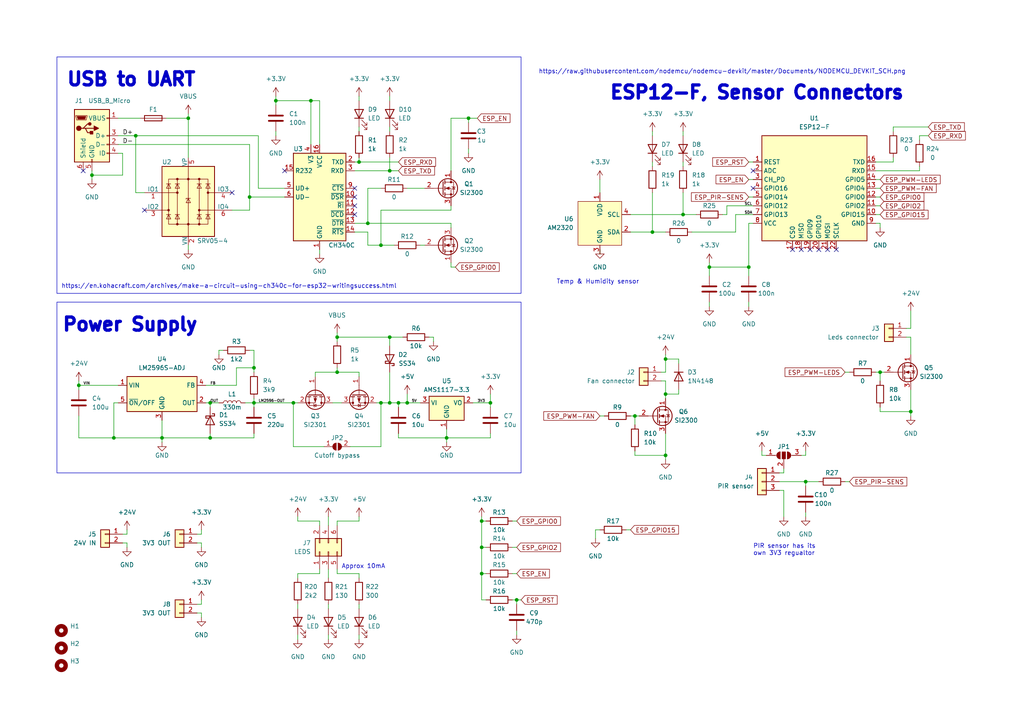
<source format=kicad_sch>
(kicad_sch (version 20230121) (generator eeschema)
  (paper "A4")
  (title_block (company "nissinja"))
  (lib_symbols
    (symbol "Connector:USB_B_Micro" (pin_names (offset 1.016))
      (property "Reference" "J" (at -5.08 11.43 0))
      (property "Value" "USB_B_Micro" (at -5.08 8.89 0))
      (symbol "USB_B_Micro_1_1"
        (pin power_out line (at 7.62 5.08 180) (length 2.54) (name "VBUS") (number "1"))
        (pin bidirectional line (at 7.62 -2.54 180) (length 2.54) (name "D-") (number "2"))
        (pin bidirectional line (at 7.62 0 180) (length 2.54) (name "D+") (number "3"))
        (pin passive line (at 7.62 -5.08 180) (length 2.54) (name "ID") (number "4"))
        (pin power_out line (at 0 -10.16 90) (length 2.54) (name "GND") (number "5"))
        (pin passive line (at -2.54 -10.16 90) (length 2.54) (name "Shield") (number "6"))
      )
    )
    (symbol "Connector_Generic:Conn_01x02" (pin_names (offset 1.016) hide)
      (property "Reference" "J" (at 0 2.54 0))
      (property "Value" "Conn_01x02" (at 0 -5.08 0))
      (symbol "Conn_01x02_1_1"
        (pin passive line (at -5.08 0 0) (length 3.81) (name "Pin_1") (number "1"))
        (pin passive line (at -5.08 -2.54 0) (length 3.81) (name "Pin_2") (number "2"))
      )
    )
    (symbol "Connector_Generic:Conn_01x03" (pin_names (offset 1.016) hide)
      (property "Reference" "J" (at 0 5.08 0))
      (property "Value" "Conn_01x03" (at 0 -5.08 0))
      (symbol "Conn_01x03_1_1"
        (pin passive line (at -5.08 2.54 0) (length 3.81) (name "Pin_1") (number "1"))
        (pin passive line (at -5.08 0 0) (length 3.81) (name "Pin_2") (number "2"))
        (pin passive line (at -5.08 -2.54 0) (length 3.81) (name "Pin_3") (number "3"))
      )
    )
    (symbol "Connector_Generic:Conn_02x03_Odd_Even" (pin_names (offset 1.016) hide)
      (property "Reference" "J" (at 1.27 5.08 0))
      (property "Value" "Conn_02x03_Odd_Even" (at 1.27 -5.08 0))
      (symbol "Conn_02x03_Odd_Even_1_1"
        (pin passive line (at -5.08 2.54 0) (length 3.81) (name "Pin_1") (number "1"))
        (pin passive line (at 7.62 2.54 180) (length 3.81) (name "Pin_2") (number "2"))
        (pin passive line (at -5.08 0 0) (length 3.81) (name "Pin_3") (number "3"))
        (pin passive line (at 7.62 0 180) (length 3.81) (name "Pin_4") (number "4"))
        (pin passive line (at -5.08 -2.54 0) (length 3.81) (name "Pin_5") (number "5"))
        (pin passive line (at 7.62 -2.54 180) (length 3.81) (name "Pin_6") (number "6"))
      )
    )
    (symbol "Device:C" (pin_numbers hide) (pin_names (offset 0.254))
      (property "Reference" "C" (at 0.635 2.54 0))
      (property "Value" "C" (at 0.635 -2.54 0))
      (symbol "C_1_1"
        (pin passive line (at 0 3.81 270) (length 2.794) (name "~") (number "1"))
        (pin passive line (at 0 -3.81 90) (length 2.794) (name "~") (number "2"))
      )
    )
    (symbol "Device:D_Schottky" (pin_numbers hide) (pin_names (offset 1.016) hide)
      (property "Reference" "D" (at 0 2.54 0))
      (property "Value" "D_Schottky" (at 0 -2.54 0))
      (symbol "D_Schottky_1_1"
        (pin passive line (at -3.81 0 0) (length 2.54) (name "K") (number "1"))
        (pin passive line (at 3.81 0 180) (length 2.54) (name "A") (number "2"))
      )
    )
    (symbol "Device:Fuse" (pin_numbers hide) (pin_names (offset 0))
      (property "Reference" "F" (at 2.032 0 90))
      (property "Value" "Fuse" (at -1.905 0 90))
      (symbol "Fuse_1_1"
        (pin passive line (at 0 3.81 270) (length 1.27) (name "~") (number "1"))
        (pin passive line (at 0 -3.81 90) (length 1.27) (name "~") (number "2"))
      )
    )
    (symbol "Device:L" (pin_numbers hide) (pin_names (offset 1.016) hide)
      (property "Reference" "L" (at -1.27 0 90))
      (property "Value" "L" (at 1.905 0 90))
      (symbol "L_1_1"
        (pin passive line (at 0 3.81 270) (length 1.27) (name "1") (number "1"))
        (pin passive line (at 0 -3.81 90) (length 1.27) (name "2") (number "2"))
      )
    )
    (symbol "Device:LED" (pin_numbers hide) (pin_names (offset 1.016) hide)
      (property "Reference" "D" (at 0 2.54 0))
      (property "Value" "LED" (at 0 -2.54 0))
      (symbol "LED_1_1"
        (pin passive line (at -3.81 0 0) (length 2.54) (name "K") (number "1"))
        (pin passive line (at 3.81 0 180) (length 2.54) (name "A") (number "2"))
      )
    )
    (symbol "Device:Q_NMOS_DGS" (pin_names (offset 0) hide)
      (property "Reference" "Q" (at 5.08 1.27 0))
      (property "Value" "Q_NMOS_DGS" (at 5.08 -1.27 0))
      (symbol "Q_NMOS_DGS_1_1"
        (pin passive line (at 2.54 5.08 270) (length 2.54) (name "D") (number "1"))
        (pin input line (at -5.08 0 0) (length 2.54) (name "G") (number "2"))
        (pin passive line (at 2.54 -5.08 90) (length 2.54) (name "S") (number "3"))
      )
    )
    (symbol "Device:Q_PMOS_GSD" (pin_names (offset 0) hide)
      (property "Reference" "Q" (at 5.08 1.27 0))
      (property "Value" "Q_PMOS_GSD" (at 5.08 -1.27 0))
      (symbol "Q_PMOS_GSD_1_1"
        (pin input line (at -5.08 0 0) (length 2.54) (name "G") (number "1"))
        (pin passive line (at 2.54 -5.08 90) (length 2.54) (name "S") (number "2"))
        (pin passive line (at 2.54 5.08 270) (length 2.54) (name "D") (number "3"))
      )
    )
    (symbol "Device:R" (pin_numbers hide) (pin_names (offset 0))
      (property "Reference" "R" (at 2.032 0 90))
      (property "Value" "R" (at 0 0 90))
      (symbol "R_1_1"
        (pin passive line (at 0 3.81 270) (length 1.27) (name "~") (number "1"))
        (pin passive line (at 0 -3.81 90) (length 1.27) (name "~") (number "2"))
      )
    )
    (symbol "Diode:1N4148" (pin_numbers hide) (pin_names hide)
      (property "Reference" "D" (at 0 2.54 0))
      (property "Value" "1N4148" (at 0 -2.54 0))
      (symbol "1N4148_1_1"
        (pin passive line (at -3.81 0 0) (length 2.54) (name "K") (number "1"))
        (pin passive line (at 3.81 0 180) (length 2.54) (name "A") (number "2"))
      )
    )
    (symbol "Interface_USB:CH340C"
      (property "Reference" "U" (at -5.08 13.97 0))
      (property "Value" "CH340C" (at 1.27 13.97 0))
      (symbol "CH340C_1_1"
        (pin power_in line (at 0 -15.24 90) (length 2.54) (name "GND") (number "1"))
        (pin input line (at 10.16 0 180) (length 2.54) (name "~{DSR}") (number "10"))
        (pin input line (at 10.16 -2.54 180) (length 2.54) (name "~{RI}") (number "11"))
        (pin input line (at 10.16 -5.08 180) (length 2.54) (name "~{DCD}") (number "12"))
        (pin output line (at 10.16 -7.62 180) (length 2.54) (name "~{DTR}") (number "13"))
        (pin output line (at 10.16 -10.16 180) (length 2.54) (name "~{RTS}") (number "14"))
        (pin input line (at -10.16 7.62 0) (length 2.54) (name "R232") (number "15"))
        (pin power_in line (at 0 15.24 270) (length 2.54) (name "VCC") (number "16"))
        (pin output line (at 10.16 10.16 180) (length 2.54) (name "TXD") (number "2"))
        (pin input line (at 10.16 7.62 180) (length 2.54) (name "RXD") (number "3"))
        (pin passive line (at -2.54 15.24 270) (length 2.54) (name "V3") (number "4"))
        (pin bidirectional line (at -10.16 2.54 0) (length 2.54) (name "UD+") (number "5"))
        (pin bidirectional line (at -10.16 0 0) (length 2.54) (name "UD-") (number "6"))
        (pin no_connect line (at -7.62 -7.62 0) (length 2.54) hide (name "NC") (number "7"))
        (pin no_connect line (at -7.62 -10.16 0) (length 2.54) hide (name "NC") (number "8"))
        (pin input line (at 10.16 2.54 180) (length 2.54) (name "~{CTS}") (number "9"))
      )
    )
    (symbol "Jumper:SolderJumper_2_Open" (pin_names (offset 0) hide)
      (property "Reference" "JP" (at 0 2.032 0))
      (property "Value" "SolderJumper_2_Open" (at 0 -2.54 0))
      (symbol "SolderJumper_2_Open_1_1"
        (pin passive line (at -3.81 0 0) (length 2.54) (name "A") (number "1"))
        (pin passive line (at 3.81 0 180) (length 2.54) (name "B") (number "2"))
      )
    )
    (symbol "Jumper:SolderJumper_3_Open" (pin_names (offset 0) hide)
      (property "Reference" "JP" (at -2.54 -2.54 0))
      (property "Value" "SolderJumper_3_Open" (at 0 2.794 0))
      (symbol "SolderJumper_3_Open_1_1"
        (pin passive line (at -5.08 0 0) (length 2.54) (name "A") (number "1"))
        (pin passive line (at 0 -3.81 90) (length 2.54) (name "C") (number "2"))
        (pin passive line (at 5.08 0 180) (length 2.54) (name "B") (number "3"))
      )
    )
    (symbol "Mechanical:MountingHole" (pin_names (offset 1.016))
      (property "Reference" "H" (at 0 5.08 0))
      (property "Value" "MountingHole" (at 0 3.175 0))
    )
    (symbol "New_Library:AM2320"
      (property "Reference" "U" (at -5.08 8.89 0))
      (property "Value" "AM2320" (at 5.08 -8.89 0))
      (symbol "AM2320_1_1"
        (pin input line (at 0 8.89 270) (length 2.54) (name "VDD") (number "1"))
        (pin input line (at -8.89 -2.54 0) (length 2.54) (name "SDA") (number "2"))
        (pin input line (at 0 -8.89 90) (length 2.54) (name "GND") (number "3"))
        (pin input line (at -8.89 2.54 0) (length 2.54) (name "SCL") (number "4"))
      )
    )
    (symbol "New_Library:ESP12-F"
      (property "Reference" "U" (at 0 0 0))
      (symbol "ESP12-F_1_1"
        (pin input line (at -17.78 7.62 0) (length 2.54) (name "REST") (number "1"))
        (pin bidirectional line (at 17.78 -7.62 180) (length 2.54) (name "GPIO15") (number "10"))
        (pin bidirectional line (at 17.78 -5.08 180) (length 2.54) (name "GPIO2") (number "11"))
        (pin bidirectional line (at 17.78 -2.54 180) (length 2.54) (name "GPIO0") (number "12"))
        (pin bidirectional line (at 17.78 0 180) (length 2.54) (name "GPIO4") (number "13"))
        (pin bidirectional line (at 17.78 2.54 180) (length 2.54) (name "GPIO5") (number "14"))
        (pin input line (at 17.78 5.08 180) (length 2.54) (name "RXD") (number "15"))
        (pin output line (at 17.78 7.62 180) (length 2.54) (name "TXD") (number "16"))
        (pin bidirectional line (at -6.35 -17.78 90) (length 2.54) (name "CS0") (number "17"))
        (pin bidirectional line (at -3.81 -17.78 90) (length 2.54) (name "MISO") (number "18"))
        (pin bidirectional line (at -1.27 -17.78 90) (length 2.54) (name "GPIO9") (number "19"))
        (pin passive line (at -17.78 5.08 0) (length 2.54) (name "ADC") (number "2"))
        (pin bidirectional line (at 1.27 -17.78 90) (length 2.54) (name "GPIO10") (number "20"))
        (pin bidirectional line (at 3.81 -17.78 90) (length 2.54) (name "MOSI") (number "21"))
        (pin bidirectional line (at 6.35 -17.78 90) (length 2.54) (name "SCLK") (number "22"))
        (pin input line (at -17.78 2.54 0) (length 2.54) (name "CH_PD") (number "3"))
        (pin bidirectional line (at -17.78 0 0) (length 2.54) (name "GPIO16") (number "4"))
        (pin bidirectional line (at -17.78 -2.54 0) (length 2.54) (name "GPIO14") (number "5"))
        (pin bidirectional line (at -17.78 -5.08 0) (length 2.54) (name "GPIO12") (number "6"))
        (pin bidirectional line (at -17.78 -7.62 0) (length 2.54) (name "GPIO13") (number "7"))
        (pin power_in line (at -17.78 -10.16 0) (length 2.54) (name "VCC") (number "8"))
        (pin power_in line (at 17.78 -10.16 180) (length 2.54) (name "GND") (number "9"))
      )
    )
    (symbol "Power_Protection:SRV05-4" (pin_names (offset 0))
      (property "Reference" "U" (at -5.08 11.43 0))
      (property "Value" "SRV05-4" (at 2.54 11.43 0))
      (symbol "SRV05-4_1_1"
        (pin passive line (at -12.7 2.54 0) (length 5.08) (name "IO1") (number "1"))
        (pin passive line (at 0 -12.7 90) (length 2.54) (name "VN") (number "2"))
        (pin passive line (at -12.7 -2.54 0) (length 5.08) (name "IO2") (number "3"))
        (pin passive line (at 12.7 2.54 180) (length 5.08) (name "IO3") (number "4"))
        (pin passive line (at 0 12.7 270) (length 2.54) (name "VP") (number "5"))
        (pin passive line (at 12.7 -2.54 180) (length 5.08) (name "IO4") (number "6"))
      )
    )
    (symbol "Regulator_Linear:AMS1117-3.3"
      (property "Reference" "U" (at -3.81 3.175 0))
      (property "Value" "AMS1117-3.3" (at 0 3.175 0))
      (symbol "AMS1117-3.3_1_1"
        (pin power_in line (at 0 -7.62 90) (length 2.54) (name "GND") (number "1"))
        (pin power_out line (at 7.62 0 180) (length 2.54) (name "VO") (number "2"))
        (pin power_in line (at -7.62 0 0) (length 2.54) (name "VI") (number "3"))
      )
    )
    (symbol "Regulator_Switching:LM2596S-ADJ"
      (property "Reference" "U" (at -10.16 6.35 0))
      (property "Value" "LM2596S-ADJ" (at 0 6.35 0))
      (symbol "LM2596S-ADJ_1_1"
        (pin power_in line (at -12.7 2.54 0) (length 2.54) (name "VIN") (number "1"))
        (pin output line (at 12.7 -2.54 180) (length 2.54) (name "OUT") (number "2"))
        (pin power_in line (at 0 -7.62 90) (length 2.54) (name "GND") (number "3"))
        (pin input line (at 12.7 2.54 180) (length 2.54) (name "FB") (number "4"))
        (pin input line (at -12.7 -2.54 0) (length 2.54) (name "~{ON}/OFF") (number "5"))
      )
    )
    (symbol "power:+24V" (power) (pin_names (offset 0))
      (property "Value" "+24V" (at 0 3.556 0))
      (symbol "+24V_1_1"
        (pin power_in line (at 0 0 90) (length 0) hide (name "+24V") (number "1"))
      )
    )
    (symbol "power:+3.3V" (power) (pin_names (offset 0))
      (property "Value" "+3.3V" (at 0 3.556 0))
      (symbol "+3.3V_1_1"
        (pin power_in line (at 0 0 90) (length 0) hide (name "+3.3V") (number "1"))
      )
    )
    (symbol "power:+5V" (power) (pin_names (offset 0))
      (property "Value" "+5V" (at 0 3.556 0))
      (symbol "+5V_1_1"
        (pin power_in line (at 0 0 90) (length 0) hide (name "+5V") (number "1"))
      )
    )
    (symbol "power:GND" (power) (pin_names (offset 0))
      (property "Value" "GND" (at 0 -3.81 0))
      (symbol "GND_1_1"
        (pin power_in line (at 0 0 270) (length 0) hide (name "GND") (number "1"))
      )
    )
    (symbol "power:VBUS" (power) (pin_names (offset 0))
      (property "Value" "VBUS" (at 0 3.81 0))
      (symbol "VBUS_1_1"
        (pin power_in line (at 0 0 90) (length 0) hide (name "VBUS") (number "1"))
      )
    )
  )
  (junction (at 255.27 107.95))
  (junction (at 104.14 46.99))
  (junction (at 142.24 116.84))
  (junction (at 198.12 62.23))
  (junction (at 80.01 29.21))
  (junction (at 135.89 34.29))
  (junction (at 97.79 97.79))
  (junction (at 113.03 116.84))
  (junction (at 184.15 120.65))
  (junction (at 139.7 158.75))
  (junction (at 110.49 71.12))
  (junction (at 193.04 132.08))
  (junction (at 205.74 77.47))
  (junction (at 85.09 116.84))
  (junction (at 54.61 34.29))
  (junction (at 46.99 127))
  (junction (at 189.23 67.31))
  (junction (at 73.66 116.84))
  (junction (at 26.67 50.8))
  (junction (at 139.7 151.13))
  (junction (at 97.79 107.95))
  (junction (at 115.57 116.84))
  (junction (at 264.16 119.38))
  (junction (at 139.7 166.37))
  (junction (at 118.11 116.84))
  (junction (at 90.17 29.21))
  (junction (at 60.96 116.84))
  (junction (at 73.66 106.68))
  (junction (at 113.03 97.79))
  (junction (at 217.17 77.47))
  (junction (at 22.86 111.76))
  (junction (at 193.04 114.3))
  (junction (at 233.68 139.7))
  (junction (at 60.96 127))
  (junction (at 72.39 57.15))
  (junction (at 193.04 104.14))
  (junction (at 149.86 173.99))
  (junction (at 110.49 116.84))
  (junction (at 129.54 127))
  (junction (at 39.37 39.37))
  (junction (at 106.68 64.77))
  (junction (at 33.02 127))
  (junction (at 113.03 49.53))
  (no_connect (at 82.55 49.53))
  (no_connect (at 240.03 72.39))
  (no_connect (at 218.44 49.53))
  (no_connect (at 102.87 62.23))
  (no_connect (at 232.41 72.39))
  (no_connect (at 67.31 55.88))
  (no_connect (at 218.44 54.61))
  (no_connect (at 102.87 57.15))
  (no_connect (at 234.95 72.39))
  (no_connect (at 237.49 72.39))
  (no_connect (at 102.87 54.61))
  (no_connect (at 102.87 59.69))
  (no_connect (at 24.13 49.53))
  (no_connect (at 229.87 72.39))
  (no_connect (at 242.57 72.39))
  (no_connect (at 41.91 60.96))
  (wire (pts (xy 193.04 110.49) (xy 191.77 110.49)))
  (wire (pts (xy 196.85 105.41) (xy 196.85 104.14)))
  (wire (pts (xy 102.87 46.99) (xy 104.14 46.99)))
  (wire (pts (xy 264.16 90.17) (xy 264.16 95.25)))
  (wire (pts (xy 259.08 46.99) (xy 254 46.99)))
  (wire (pts (xy 68.58 111.76) (xy 59.69 111.76)))
  (wire (pts (xy 113.03 116.84) (xy 115.57 116.84)))
  (wire (pts (xy 60.96 116.84) (xy 59.69 116.84)))
  (wire (pts (xy 104.14 27.94) (xy 104.14 29.21)))
  (wire (pts (xy 193.04 104.14) (xy 193.04 107.95)))
  (wire (pts (xy 173.99 153.67) (xy 172.72 153.67)))
  (wire (pts (xy 34.29 111.76) (xy 22.86 111.76)))
  (wire (pts (xy 63.5 101.6) (xy 63.5 102.87)))
  (wire (pts (xy 73.66 125.73) (xy 73.66 127)))
  (wire (pts (xy 198.12 62.23) (xy 182.88 62.23)))
  (wire (pts (xy 36.83 153.67) (xy 36.83 154.94)))
  (wire (pts (xy 121.92 71.12) (xy 123.19 71.12)))
  (wire (pts (xy 181.61 153.67) (xy 182.88 153.67)))
  (wire (pts (xy 113.03 29.21) (xy 113.03 27.94)))
  (wire (pts (xy 269.24 36.83) (xy 259.08 36.83)))
  (wire (pts (xy 264.16 119.38) (xy 255.27 119.38)))
  (wire (pts (xy 92.71 165.1) (xy 92.71 166.37)))
  (wire (pts (xy 92.71 151.13) (xy 92.71 152.4)))
  (wire (pts (xy 185.42 120.65) (xy 184.15 120.65)))
  (wire (pts (xy 36.83 154.94) (xy 35.56 154.94)))
  (wire (pts (xy 34.29 44.45) (xy 35.56 44.45)))
  (wire (pts (xy 22.86 120.65) (xy 22.86 127)))
  (wire (pts (xy 91.44 109.22) (xy 91.44 107.95)))
  (wire (pts (xy 115.57 125.73) (xy 115.57 127)))
  (wire (pts (xy 233.68 148.59) (xy 233.68 149.86)))
  (wire (pts (xy 129.54 127) (xy 129.54 128.27)))
  (wire (pts (xy 93.98 129.54) (xy 85.09 129.54)))
  (wire (pts (xy 102.87 64.77) (xy 106.68 64.77)))
  (wire (pts (xy 106.68 71.12) (xy 106.68 67.31)))
  (wire (pts (xy 48.26 34.29) (xy 54.61 34.29)))
  (wire (pts (xy 142.24 125.73) (xy 142.24 127)))
  (wire (pts (xy 34.29 39.37) (xy 39.37 39.37)))
  (wire (pts (xy 106.68 67.31) (xy 102.87 67.31)))
  (wire (pts (xy 97.79 97.79) (xy 97.79 99.06)))
  (wire (pts (xy 139.7 149.86) (xy 139.7 151.13)))
  (wire (pts (xy 233.68 130.81) (xy 233.68 132.08)))
  (wire (pts (xy 34.29 41.91) (xy 72.39 41.91)))
  (wire (pts (xy 26.67 52.07) (xy 26.67 50.8)))
  (wire (pts (xy 113.03 107.95) (xy 113.03 116.84)))
  (wire (pts (xy 104.14 107.95) (xy 104.14 109.22)))
  (wire (pts (xy 226.06 142.24) (xy 227.33 142.24)))
  (wire (pts (xy 205.74 77.47) (xy 217.17 77.47)))
  (wire (pts (xy 149.86 173.99) (xy 151.13 173.99)))
  (wire (pts (xy 110.49 60.96) (xy 130.81 60.96)))
  (wire (pts (xy 255.27 107.95) (xy 255.27 110.49)))
  (wire (pts (xy 73.66 115.57) (xy 73.66 116.84)))
  (wire (pts (xy 149.86 173.99) (xy 149.86 175.26)))
  (wire (pts (xy 54.61 34.29) (xy 54.61 45.72)))
  (wire (pts (xy 104.14 45.72) (xy 104.14 46.99)))
  (wire (pts (xy 130.81 76.2) (xy 130.81 77.47)))
  (wire (pts (xy 106.68 64.77) (xy 130.81 64.77)))
  (wire (pts (xy 173.99 120.65) (xy 175.26 120.65)))
  (wire (pts (xy 104.14 36.83) (xy 104.14 38.1)))
  (wire (pts (xy 227.33 137.16) (xy 226.06 137.16)))
  (wire (pts (xy 217.17 64.77) (xy 218.44 64.77)))
  (wire (pts (xy 104.14 184.15) (xy 104.14 185.42)))
  (wire (pts (xy 92.71 29.21) (xy 92.71 41.91)))
  (wire (pts (xy 97.79 96.52) (xy 97.79 97.79)))
  (wire (pts (xy 90.17 29.21) (xy 80.01 29.21)))
  (wire (pts (xy 101.6 129.54) (xy 110.49 129.54)))
  (wire (pts (xy 118.11 116.84) (xy 121.92 116.84)))
  (wire (pts (xy 140.97 173.99) (xy 139.7 173.99)))
  (wire (pts (xy 218.44 59.69) (xy 210.82 59.69)))
  (wire (pts (xy 148.59 151.13) (xy 149.86 151.13)))
  (wire (pts (xy 255.27 118.11) (xy 255.27 119.38)))
  (wire (pts (xy 113.03 49.53) (xy 115.57 49.53)))
  (wire (pts (xy 193.04 102.87) (xy 193.04 104.14)))
  (wire (pts (xy 130.81 34.29) (xy 135.89 34.29)))
  (wire (pts (xy 58.42 177.8) (xy 58.42 179.07)))
  (wire (pts (xy 68.58 106.68) (xy 68.58 111.76)))
  (wire (pts (xy 245.11 107.95) (xy 246.38 107.95)))
  (wire (pts (xy 142.24 127) (xy 129.54 127)))
  (wire (pts (xy 196.85 113.03) (xy 196.85 114.3)))
  (wire (pts (xy 35.56 157.48) (xy 36.83 157.48)))
  (wire (pts (xy 60.96 116.84) (xy 63.5 116.84)))
  (wire (pts (xy 86.36 151.13) (xy 92.71 151.13)))
  (wire (pts (xy 193.04 115.57) (xy 193.04 114.3)))
  (wire (pts (xy 256.54 107.95) (xy 255.27 107.95)))
  (wire (pts (xy 95.25 175.26) (xy 95.25 176.53)))
  (wire (pts (xy 82.55 57.15) (xy 72.39 57.15)))
  (wire (pts (xy 115.57 118.11) (xy 115.57 116.84)))
  (wire (pts (xy 254 62.23) (xy 255.27 62.23)))
  (wire (pts (xy 72.39 60.96) (xy 72.39 57.15)))
  (wire (pts (xy 124.46 97.79) (xy 125.73 97.79)))
  (wire (pts (xy 97.79 97.79) (xy 113.03 97.79)))
  (wire (pts (xy 254 57.15) (xy 255.27 57.15)))
  (wire (pts (xy 41.91 55.88) (xy 39.37 55.88)))
  (wire (pts (xy 137.16 116.84) (xy 142.24 116.84)))
  (wire (pts (xy 104.14 149.86) (xy 104.14 151.13)))
  (wire (pts (xy 68.58 106.68) (xy 73.66 106.68)))
  (wire (pts (xy 264.16 95.25) (xy 262.89 95.25)))
  (wire (pts (xy 184.15 120.65) (xy 184.15 123.19)))
  (wire (pts (xy 259.08 36.83) (xy 259.08 38.1)))
  (wire (pts (xy 54.61 72.39) (xy 54.61 71.12)))
  (wire (pts (xy 97.79 106.68) (xy 97.79 107.95)))
  (wire (pts (xy 104.14 151.13) (xy 97.79 151.13)))
  (wire (pts (xy 118.11 54.61) (xy 123.19 54.61)))
  (wire (pts (xy 189.23 67.31) (xy 182.88 67.31)))
  (wire (pts (xy 130.81 77.47) (xy 132.08 77.47)))
  (wire (pts (xy 233.68 139.7) (xy 237.49 139.7)))
  (wire (pts (xy 139.7 158.75) (xy 139.7 166.37)))
  (wire (pts (xy 110.49 129.54) (xy 110.49 116.84)))
  (wire (pts (xy 193.04 125.73) (xy 193.04 132.08)))
  (wire (pts (xy 140.97 158.75) (xy 139.7 158.75)))
  (wire (pts (xy 266.7 49.53) (xy 254 49.53)))
  (wire (pts (xy 58.42 154.94) (xy 57.15 154.94)))
  (wire (pts (xy 193.04 133.35) (xy 193.04 132.08)))
  (wire (pts (xy 196.85 114.3) (xy 193.04 114.3)))
  (wire (pts (xy 264.16 113.03) (xy 264.16 119.38)))
  (wire (pts (xy 189.23 67.31) (xy 193.04 67.31)))
  (wire (pts (xy 189.23 46.99) (xy 189.23 48.26)))
  (wire (pts (xy 198.12 46.99) (xy 198.12 48.26)))
  (wire (pts (xy 73.66 116.84) (xy 73.66 118.11)))
  (wire (pts (xy 54.61 33.02) (xy 54.61 34.29)))
  (wire (pts (xy 113.03 97.79) (xy 116.84 97.79)))
  (wire (pts (xy 149.86 184.15) (xy 149.86 182.88)))
  (wire (pts (xy 92.71 73.66) (xy 92.71 72.39)))
  (wire (pts (xy 71.12 116.84) (xy 73.66 116.84)))
  (wire (pts (xy 46.99 127) (xy 46.99 128.27)))
  (wire (pts (xy 106.68 54.61) (xy 110.49 54.61)))
  (wire (pts (xy 80.01 29.21) (xy 80.01 30.48)))
  (wire (pts (xy 86.36 175.26) (xy 86.36 176.53)))
  (wire (pts (xy 36.83 157.48) (xy 36.83 158.75)))
  (wire (pts (xy 104.14 175.26) (xy 104.14 176.53)))
  (wire (pts (xy 205.74 77.47) (xy 205.74 76.2)))
  (wire (pts (xy 205.74 77.47) (xy 205.74 80.01)))
  (wire (pts (xy 148.59 173.99) (xy 149.86 173.99)))
  (wire (pts (xy 264.16 97.79) (xy 264.16 102.87)))
  (wire (pts (xy 39.37 39.37) (xy 74.93 39.37)))
  (wire (pts (xy 198.12 55.88) (xy 198.12 62.23)))
  (wire (pts (xy 254 54.61) (xy 255.27 54.61)))
  (wire (pts (xy 97.79 165.1) (xy 97.79 166.37)))
  (wire (pts (xy 227.33 142.24) (xy 227.33 149.86)))
  (wire (pts (xy 67.31 60.96) (xy 72.39 60.96)))
  (wire (pts (xy 92.71 166.37) (xy 86.36 166.37)))
  (wire (pts (xy 254 64.77) (xy 255.27 64.77)))
  (wire (pts (xy 95.25 165.1) (xy 95.25 167.64)))
  (wire (pts (xy 172.72 153.67) (xy 172.72 156.21)))
  (wire (pts (xy 217.17 87.63) (xy 217.17 88.9)))
  (wire (pts (xy 259.08 45.72) (xy 259.08 46.99)))
  (wire (pts (xy 104.14 166.37) (xy 104.14 167.64)))
  (wire (pts (xy 130.81 60.96) (xy 130.81 59.69)))
  (wire (pts (xy 193.04 110.49) (xy 193.04 114.3)))
  (wire (pts (xy 262.89 97.79) (xy 264.16 97.79)))
  (wire (pts (xy 193.04 132.08) (xy 184.15 132.08)))
  (wire (pts (xy 97.79 107.95) (xy 104.14 107.95)))
  (wire (pts (xy 46.99 121.92) (xy 46.99 127)))
  (wire (pts (xy 189.23 55.88) (xy 189.23 67.31)))
  (wire (pts (xy 72.39 57.15) (xy 72.39 41.91)))
  (wire (pts (xy 189.23 38.1) (xy 189.23 39.37)))
  (wire (pts (xy 125.73 97.79) (xy 125.73 99.06)))
  (wire (pts (xy 86.36 149.86) (xy 86.36 151.13)))
  (wire (pts (xy 115.57 127) (xy 129.54 127)))
  (wire (pts (xy 110.49 71.12) (xy 114.3 71.12)))
  (wire (pts (xy 217.17 77.47) (xy 217.17 80.01)))
  (wire (pts (xy 22.86 127) (xy 33.02 127)))
  (wire (pts (xy 135.89 34.29) (xy 135.89 35.56)))
  (wire (pts (xy 102.87 49.53) (xy 113.03 49.53)))
  (wire (pts (xy 95.25 149.86) (xy 95.25 152.4)))
  (wire (pts (xy 22.86 111.76) (xy 22.86 113.03)))
  (wire (pts (xy 86.36 184.15) (xy 86.36 185.42)))
  (wire (pts (xy 35.56 50.8) (xy 26.67 50.8)))
  (wire (pts (xy 34.29 34.29) (xy 40.64 34.29)))
  (wire (pts (xy 72.39 101.6) (xy 73.66 101.6)))
  (wire (pts (xy 97.79 166.37) (xy 104.14 166.37)))
  (wire (pts (xy 113.03 97.79) (xy 113.03 100.33)))
  (wire (pts (xy 217.17 57.15) (xy 218.44 57.15)))
  (wire (pts (xy 217.17 46.99) (xy 218.44 46.99)))
  (wire (pts (xy 213.36 67.31) (xy 200.66 67.31)))
  (wire (pts (xy 205.74 87.63) (xy 205.74 88.9)))
  (wire (pts (xy 113.03 45.72) (xy 113.03 49.53)))
  (wire (pts (xy 138.43 34.29) (xy 135.89 34.29)))
  (wire (pts (xy 139.7 151.13) (xy 140.97 151.13)))
  (wire (pts (xy 198.12 62.23) (xy 201.93 62.23)))
  (wire (pts (xy 245.11 139.7) (xy 246.38 139.7)))
  (wire (pts (xy 233.68 140.97) (xy 233.68 139.7)))
  (wire (pts (xy 97.79 151.13) (xy 97.79 152.4)))
  (wire (pts (xy 60.96 127) (xy 60.96 125.73)))
  (wire (pts (xy 220.98 130.81) (xy 220.98 132.08)))
  (wire (pts (xy 217.17 64.77) (xy 217.17 77.47)))
  (wire (pts (xy 73.66 116.84) (xy 85.09 116.84)))
  (wire (pts (xy 118.11 114.3) (xy 118.11 116.84)))
  (wire (pts (xy 106.68 64.77) (xy 106.68 54.61)))
  (wire (pts (xy 266.7 39.37) (xy 266.7 40.64)))
  (wire (pts (xy 210.82 62.23) (xy 209.55 62.23)))
  (wire (pts (xy 148.59 158.75) (xy 149.86 158.75)))
  (wire (pts (xy 173.99 73.66) (xy 173.99 72.39)))
  (wire (pts (xy 96.52 116.84) (xy 99.06 116.84)))
  (wire (pts (xy 255.27 64.77) (xy 255.27 66.04)))
  (wire (pts (xy 90.17 29.21) (xy 90.17 41.91)))
  (wire (pts (xy 33.02 116.84) (xy 34.29 116.84)))
  (wire (pts (xy 57.15 157.48) (xy 58.42 157.48)))
  (wire (pts (xy 254 59.69) (xy 255.27 59.69)))
  (wire (pts (xy 110.49 116.84) (xy 113.03 116.84)))
  (wire (pts (xy 264.16 120.65) (xy 264.16 119.38)))
  (wire (pts (xy 140.97 166.37) (xy 139.7 166.37)))
  (wire (pts (xy 182.88 120.65) (xy 184.15 120.65)))
  (wire (pts (xy 130.81 64.77) (xy 130.81 66.04)))
  (wire (pts (xy 92.71 29.21) (xy 90.17 29.21)))
  (wire (pts (xy 269.24 39.37) (xy 266.7 39.37)))
  (wire (pts (xy 184.15 130.81) (xy 184.15 132.08)))
  (wire (pts (xy 58.42 157.48) (xy 58.42 158.75)))
  (wire (pts (xy 113.03 36.83) (xy 113.03 38.1)))
  (wire (pts (xy 142.24 116.84) (xy 142.24 118.11)))
  (wire (pts (xy 73.66 127) (xy 60.96 127)))
  (wire (pts (xy 233.68 139.7) (xy 226.06 139.7)))
  (wire (pts (xy 173.99 52.07) (xy 173.99 55.88)))
  (wire (pts (xy 57.15 177.8) (xy 58.42 177.8)))
  (wire (pts (xy 73.66 101.6) (xy 73.66 106.68)))
  (wire (pts (xy 210.82 59.69) (xy 210.82 62.23)))
  (wire (pts (xy 218.44 62.23) (xy 213.36 62.23)))
  (wire (pts (xy 33.02 116.84) (xy 33.02 127)))
  (wire (pts (xy 110.49 60.96) (xy 110.49 71.12)))
  (wire (pts (xy 60.96 116.84) (xy 60.96 118.11)))
  (wire (pts (xy 46.99 127) (xy 33.02 127)))
  (wire (pts (xy 73.66 106.68) (xy 73.66 107.95)))
  (wire (pts (xy 115.57 116.84) (xy 118.11 116.84)))
  (wire (pts (xy 22.86 110.49) (xy 22.86 111.76)))
  (wire (pts (xy 220.98 132.08) (xy 222.25 132.08)))
  (wire (pts (xy 85.09 116.84) (xy 86.36 116.84)))
  (wire (pts (xy 196.85 104.14) (xy 193.04 104.14)))
  (wire (pts (xy 193.04 107.95) (xy 191.77 107.95)))
  (wire (pts (xy 86.36 166.37) (xy 86.36 167.64)))
  (wire (pts (xy 198.12 39.37) (xy 198.12 38.1)))
  (wire (pts (xy 148.59 166.37) (xy 149.86 166.37)))
  (wire (pts (xy 130.81 49.53) (xy 130.81 34.29)))
  (wire (pts (xy 58.42 173.99) (xy 58.42 175.26)))
  (wire (pts (xy 95.25 184.15) (xy 95.25 185.42)))
  (wire (pts (xy 213.36 62.23) (xy 213.36 67.31)))
  (wire (pts (xy 46.99 127) (xy 60.96 127)))
  (wire (pts (xy 266.7 48.26) (xy 266.7 49.53)))
  (wire (pts (xy 233.68 132.08) (xy 232.41 132.08)))
  (wire (pts (xy 80.01 39.37) (xy 80.01 38.1)))
  (wire (pts (xy 129.54 124.46) (xy 129.54 127)))
  (wire (pts (xy 139.7 158.75) (xy 139.7 151.13)))
  (wire (pts (xy 217.17 52.07) (xy 218.44 52.07)))
  (wire (pts (xy 106.68 71.12) (xy 110.49 71.12)))
  (wire (pts (xy 135.89 43.18) (xy 135.89 44.45)))
  (wire (pts (xy 35.56 44.45) (xy 35.56 50.8)))
  (wire (pts (xy 82.55 54.61) (xy 74.93 54.61)))
  (wire (pts (xy 254 107.95) (xy 255.27 107.95)))
  (wire (pts (xy 139.7 166.37) (xy 139.7 173.99)))
  (wire (pts (xy 142.24 114.3) (xy 142.24 116.84)))
  (wire (pts (xy 26.67 49.53) (xy 26.67 50.8)))
  (wire (pts (xy 85.09 129.54) (xy 85.09 116.84)))
  (wire (pts (xy 91.44 107.95) (xy 97.79 107.95)))
  (wire (pts (xy 104.14 46.99) (xy 115.57 46.99)))
  (wire (pts (xy 254 52.07) (xy 255.27 52.07)))
  (wire (pts (xy 227.33 135.89) (xy 227.33 137.16)))
  (wire (pts (xy 58.42 153.67) (xy 58.42 154.94)))
  (wire (pts (xy 58.42 175.26) (xy 57.15 175.26)))
  (wire (pts (xy 74.93 54.61) (xy 74.93 39.37)))
  (wire (pts (xy 109.22 116.84) (xy 110.49 116.84)))
  (wire (pts (xy 39.37 55.88) (xy 39.37 39.37)))
  (wire (pts (xy 80.01 27.94) (xy 80.01 29.21)))
  (wire (pts (xy 63.5 101.6) (xy 64.77 101.6)))
  (rectangle (start 16.51 87.63) (end 151.13 137.16))
  (rectangle (start 16.51 16.51) (end 151.13 85.09))
  (text "https://en.kohacraft.com/archives/make-a-circuit-using-ch340c-for-esp32-writingsuccess.html" (at 17.78 83.82 0) (effects (font (size 1.27 1.27)) (justify left bottom)))
  (text "USB to UART" (at 19.05 25.4 0) (effects (font (size 3.81 3.81) (thickness 1.016) bold) (justify left bottom)))
  (text "ESP12-F, Sensor Connectors" (at 176.53 29.21 0) (effects (font (size 3.81 3.81) (thickness 1.016) bold) (justify left bottom)))
  (text "https://raw.githubusercontent.com/nodemcu/nodemcu-devkit/master/Documents/NODEMCU_DEVKIT_SCH.png" (at 156.21 21.59 0) (effects (font (size 1.27 1.27)) (justify left bottom)))
  (text "Temp & Humidity sensor" (at 185.42 82.55 0) (effects (font (size 1.27 1.27)) (justify right bottom)))
  (text "Power Supply" (at 17.78 96.52 0) (effects (font (size 3.81 3.81) (thickness 1.016) bold) (justify left bottom)))
  (text "PIR sensor has its\nown 3V3 regualtor" (at 218.44 161.29 0) (effects (font (size 1.27 1.27)) (justify left bottom)))
  (text "Approx 10mA" (at 99.06 165.1 0) (effects (font (size 1.27 1.27)) (justify left bottom)))
  (label "LM2596-OUT" (at 74.93 116.84 0) (effects (font (size 0.762 0.762))))
  (label "OUT" (at 60.96 116.84 0) (effects (font (size 0.762 0.762))))
  (label "D-" (at 35.56 41.91 0))
  (label "VIN" (at 24.13 111.76 0) (effects (font (size 0.762 0.762))))
  (label "SCL" (at 215.9 59.69 0) (effects (font (size 0.762 0.762))))
  (label "5V" (at 119.38 116.84 0) (effects (font (size 0.762 0.762))))
  (label "D+" (at 35.56 39.37 0))
  (label "SDA" (at 215.9 62.23 0) (effects (font (size 0.762 0.762))))
  (label "FB" (at 60.96 111.76 0) (effects (font (size 0.762 0.762))))
  (label "3V3" (at 138.43 116.84 0) (effects (font (size 0.762 0.762))))
  (global_label "ESP_RST" (shape input) (at 151.13 173.99 0) (property "Intersheetrefs" "${INTERSHEET_REFS}" (effects hide)))
  (global_label "ESP_PWM-LEDS" (shape input) (at 255.27 52.07 0) (property "Intersheetrefs" "${INTERSHEET_REFS}" (effects hide)))
  (global_label "ESP_GPIO0" (shape input) (at 255.27 57.15 0) (property "Intersheetrefs" "${INTERSHEET_REFS}" (effects hide)))
  (global_label "ESP_GPIO0" (shape input) (at 132.08 77.47 0) (property "Intersheetrefs" "${INTERSHEET_REFS}" (effects hide)))
  (global_label "ESP_RXD" (shape input) (at 269.24 39.37 0) (property "Intersheetrefs" "${INTERSHEET_REFS}" (effects hide)))
  (global_label "ESP_PWM-FAN" (shape input) (at 173.99 120.65 180) (property "Intersheetrefs" "${INTERSHEET_REFS}" (effects hide)))
  (global_label "ESP_GPIO15" (shape input) (at 255.27 62.23 0) (property "Intersheetrefs" "${INTERSHEET_REFS}" (effects hide)))
  (global_label "ESP_GPIO15" (shape input) (at 182.88 153.67 0) (property "Intersheetrefs" "${INTERSHEET_REFS}" (effects hide)))
  (global_label "ESP_TXD" (shape input) (at 115.57 49.53 0) (property "Intersheetrefs" "${INTERSHEET_REFS}" (effects hide)))
  (global_label "ESP_EN" (shape input) (at 217.17 52.07 180) (property "Intersheetrefs" "${INTERSHEET_REFS}" (effects hide)))
  (global_label "ESP_GPIO2" (shape input) (at 255.27 59.69 0) (property "Intersheetrefs" "${INTERSHEET_REFS}" (effects hide)))
  (global_label "ESP_GPIO0" (shape input) (at 149.86 151.13 0) (property "Intersheetrefs" "${INTERSHEET_REFS}" (effects hide)))
  (global_label "ESP_PIR-SENS" (shape input) (at 246.38 139.7 0) (property "Intersheetrefs" "${INTERSHEET_REFS}" (effects hide)))
  (global_label "ESP_PIR-SENS" (shape input) (at 217.17 57.15 180) (property "Intersheetrefs" "${INTERSHEET_REFS}" (effects hide)))
  (global_label "ESP_TXD" (shape input) (at 269.24 36.83 0) (property "Intersheetrefs" "${INTERSHEET_REFS}" (effects hide)))
  (global_label "ESP_PWM-FAN" (shape input) (at 255.27 54.61 0) (property "Intersheetrefs" "${INTERSHEET_REFS}" (effects hide)))
  (global_label "ESP_RXD" (shape input) (at 115.57 46.99 0) (property "Intersheetrefs" "${INTERSHEET_REFS}" (effects hide)))
  (global_label "ESP_PWM-LEDS" (shape input) (at 245.11 107.95 180) (property "Intersheetrefs" "${INTERSHEET_REFS}" (effects hide)))
  (global_label "ESP_EN" (shape input) (at 149.86 166.37 0) (property "Intersheetrefs" "${INTERSHEET_REFS}" (effects hide)))
  (global_label "ESP_EN" (shape input) (at 138.43 34.29 0) (property "Intersheetrefs" "${INTERSHEET_REFS}" (effects hide)))
  (global_label "ESP_RST" (shape input) (at 217.17 46.99 180) (property "Intersheetrefs" "${INTERSHEET_REFS}" (effects hide)))
  (global_label "ESP_GPIO2" (shape input) (at 149.86 158.75 0) (property "Intersheetrefs" "${INTERSHEET_REFS}" (effects hide)))
  (symbol (lib_id "Mechanical:MountingHole") (at 17.78 187.96 0) (unit 1)
    (property "Reference" "H2" (at 20.32 186.69 0) (effects (justify left)))
    (property "Value" "MountingHole" (effects hide))
    (property "Footprint" "MountingHole:MountingHole_3.2mm_M3_DIN965_Pad" (effects hide))
  )
  (symbol (lib_id "Device:D_Schottky") (at 113.03 104.14 270) (mirror x) (unit 1)
    (property "Reference" "D2" (at 116.84 102.87 90))
    (property "Value" "SS34" (at 118.11 105.41 90))
    (property "Footprint" "Diode_SMD:D_SMA" (effects hide))
  )
  (symbol (lib_id "Device:Q_NMOS_DGS") (at 128.27 54.61 0) (unit 1)
    (property "Reference" "Q1" (at 134.62 53.34 0) (effects (justify left)))
    (property "Value" "SI2300" (at 133.35 55.88 0) (effects (justify left)))
    (property "Footprint" "USB:SI2300 SOT-23" (effects hide))
    (property "Datasheet" "https://www.vishay.com/docs/65701/si2300ds.pdf" (effects hide))
  )
  (symbol (lib_id "Diode:1N4148") (at 196.85 109.22 270) (unit 1)
    (property "Reference" "D3" (at 199.39 107.95 90) (effects (justify left)))
    (property "Value" "1N4148" (at 199.39 110.49 90) (effects (justify left)))
    (property "Footprint" "Diode_SMD:D_SOD-123" (effects hide))
    (property "Datasheet" "https://assets.nexperia.com/documents/data-sheet/1N4148_1N4448.pdf" (effects hide))
    (property "Sim.Device" "D" (effects hide))
    (property "Sim.Pins" "1=K 2=A" (effects hide))
  )
  (symbol (lib_id "Device:R") (at 97.79 102.87 180) (unit 1)
    (property "Reference" "R5" (at 102.87 101.6 0))
    (property "Value" "1k" (at 102.87 104.14 0))
    (property "Footprint" "Resistor_SMD:R_0805_2012Metric" (effects hide))
  )
  (symbol (lib_id "Device:R") (at 73.66 111.76 0) (unit 1)
    (property "Reference" "R4" (at 76.2 110.49 0) (effects (justify left)))
    (property "Value" "3k9" (at 76.2 113.03 0) (effects (justify left)))
    (property "Footprint" "Resistor_SMD:R_0603_1608Metric" (effects hide))
  )
  (symbol (lib_id "power:GND") (at 193.04 133.35 0) (unit 1)
    (property "Reference" "#PWR021" (effects hide))
    (property "Value" "GND" (at 193.04 138.43 0))
  )
  (symbol (lib_id "Device:R") (at 144.78 151.13 270) (unit 1)
    (property "Reference" "R13" (at 144.78 148.59 90))
    (property "Value" "10k" (at 144.78 153.67 90))
    (property "Footprint" "Resistor_SMD:R_0603_1608Metric" (effects hide))
  )
  (symbol (lib_id "Connector_Generic:Conn_01x02") (at 52.07 154.94 0) (mirror y) (unit 1)
    (property "Reference" "J6" (at 49.53 154.94 0) (effects (justify left)))
    (property "Value" "3V3 OUT" (at 49.53 157.48 0) (effects (justify left)))
    (property "Footprint" "Connector_JST:JST_PH_B2B-PH-K_1x02_P2.00mm_Vertical" (effects hide))
  )
  (symbol (lib_id "Device:R") (at 95.25 171.45 0) (unit 1)
    (property "Reference" "R21" (at 99.06 170.18 0))
    (property "Value" "130" (at 99.06 172.72 0))
    (property "Footprint" "Resistor_SMD:R_0603_1608Metric" (effects hide))
  )
  (symbol (lib_id "Device:R") (at 144.78 158.75 270) (unit 1)
    (property "Reference" "R14" (at 144.78 156.21 90))
    (property "Value" "10k" (at 144.78 161.29 90))
    (property "Footprint" "Resistor_SMD:R_0603_1608Metric" (effects hide))
  )
  (symbol (lib_id "Device:Q_PMOS_GSD") (at 91.44 114.3 270) (unit 1)
    (property "Reference" "Q3" (at 91.44 120.65 90))
    (property "Value" "SI2301" (at 91.44 123.19 90))
    (property "Footprint" "Package_TO_SOT_SMD:SOT-23" (effects hide))
    (property "Datasheet" "https://www.mccsemi.com/pdf/Products/SI2301(SOT-23).pdf" (effects hide))
  )
  (symbol (lib_id "Device:R") (at 118.11 71.12 90) (mirror x) (unit 1)
    (property "Reference" "R12" (at 118.11 68.58 90))
    (property "Value" "0" (at 118.11 73.66 90))
    (property "Footprint" "Resistor_SMD:R_0603_1608Metric" (effects hide))
  )
  (symbol (lib_id "power:GND") (at 58.42 158.75 0) (unit 1)
    (property "Reference" "#PWR037" (effects hide))
    (property "Value" "GND" (at 58.42 163.83 0))
  )
  (symbol (lib_id "Interface_USB:CH340C") (at 92.71 57.15 0) (unit 1)
    (property "Reference" "U3" (at 85.09 43.18 0) (effects (justify left)))
    (property "Value" "CH340C" (at 95.25 71.12 0) (effects (justify left)))
    (property "Footprint" "Package_SO:SOIC-16_3.9x9.9mm_P1.27mm" (effects hide))
    (property "Datasheet" "https://www.lcsc.com/datasheet/lcsc_datasheet_2406191656_WCH-Jiangsu-Qin-Heng-CH340C_C84681.pdf" (effects hide))
  )
  (symbol (lib_id "Device:R") (at 104.14 171.45 0) (unit 1)
    (property "Reference" "R22" (at 107.95 170.18 0))
    (property "Value" "300" (at 107.95 172.72 0))
    (property "Footprint" "Resistor_SMD:R_0603_1608Metric" (effects hide))
  )
  (symbol (lib_id "Device:R") (at 189.23 52.07 0) (mirror y) (unit 1)
    (property "Reference" "R19" (at 191.77 50.8 0) (effects (justify right)))
    (property "Value" "1k" (at 191.77 53.34 0) (effects (justify right)))
    (property "Footprint" "Resistor_SMD:R_0603_1608Metric" (effects hide))
  )
  (symbol (lib_id "power:+3.3V") (at 189.23 38.1 0) (mirror y) (unit 1)
    (property "Reference" "#PWR026" (effects hide))
    (property "Value" "+3.3V" (at 189.23 33.02 0))
  )
  (symbol (lib_id "Power_Protection:SRV05-4") (at 54.61 58.42 0) (unit 1)
    (property "Reference" "U2" (at 46.99 46.99 0) (effects (justify left)))
    (property "Value" "SRV05-4" (at 57.15 69.85 0) (effects (justify left)))
    (property "Footprint" "Package_TO_SOT_SMD:SOT-23-6" (effects hide))
    (property "Datasheet" "http://www.onsemi.com/pub/Collateral/SRV05-4-D.PDF" (effects hide))
  )
  (symbol (lib_id "Jumper:SolderJumper_3_Open") (at 227.33 132.08 0) (unit 1)
    (property "Reference" "JP1" (at 227.33 129.54 0))
    (property "Value" "SolderJumper_3_Open" (effects hide))
    (property "Footprint" "Jumper:SolderJumper-3_P1.3mm_Open_RoundedPad1.0x1.5mm" (effects hide))
  )
  (symbol (lib_id "Connector_Generic:Conn_01x02") (at 52.07 175.26 0) (mirror y) (unit 1)
    (property "Reference" "J8" (at 49.53 175.26 0) (effects (justify left)))
    (property "Value" "3V3 OUT" (at 49.53 177.8 0) (effects (justify left)))
    (property "Footprint" "Connector_JST:JST_PH_B2B-PH-K_1x02_P2.00mm_Vertical" (effects hide))
  )
  (symbol (lib_id "power:+5V") (at 104.14 149.86 0) (unit 1)
    (property "Reference" "#PWR042" (effects hide))
    (property "Value" "+5V" (at 104.14 144.78 0))
  )
  (symbol (lib_id "Device:R") (at 177.8 153.67 270) (unit 1)
    (property "Reference" "R17" (at 177.8 151.13 90))
    (property "Value" "10k" (at 177.8 156.21 90))
    (property "Footprint" "Resistor_SMD:R_0603_1608Metric" (effects hide))
  )
  (symbol (lib_id "Device:C") (at 135.89 39.37 0) (mirror y) (unit 1)
    (property "Reference" "C3" (at 140.97 38.1 0) (effects (justify left)))
    (property "Value" "1u" (at 140.97 40.64 0) (effects (justify left)))
    (property "Footprint" "Capacitor_SMD:C_0603_1608Metric" (effects hide))
  )
  (symbol (lib_id "Device:Q_NMOS_DGS") (at 128.27 71.12 0) (mirror x) (unit 1)
    (property "Reference" "Q2" (at 134.62 69.85 0) (effects (justify left)))
    (property "Value" "SI2300" (at 133.35 72.39 0) (effects (justify left)))
    (property "Footprint" "USB:SI2300 SOT-23" (effects hide))
    (property "Datasheet" "https://www.vishay.com/docs/65701/si2300ds.pdf" (effects hide))
  )
  (symbol (lib_id "Device:LED") (at 104.14 33.02 90) (unit 1)
    (property "Reference" "D9" (at 106.68 31.75 90) (effects (justify right)))
    (property "Value" "LED" (at 106.68 34.29 90) (effects (justify right)))
    (property "Footprint" "LED_SMD:LED_0805_2012Metric" (effects hide))
  )
  (symbol (lib_id "Device:Q_NMOS_DGS") (at 261.62 107.95 0) (unit 1)
    (property "Reference" "Q5" (at 267.97 106.68 0) (effects (justify left)))
    (property "Value" "SI2300" (at 266.7 109.22 0) (effects (justify left)))
    (property "Footprint" "USB:SI2300 SOT-23" (effects hide))
    (property "Datasheet" "https://www.vishay.com/docs/65701/si2300ds.pdf" (effects hide))
  )
  (symbol (lib_id "power:+24V") (at 36.83 153.67 0) (unit 1)
    (property "Reference" "#PWR015" (effects hide))
    (property "Value" "+24V" (at 36.83 148.59 0))
  )
  (symbol (lib_id "power:+24V") (at 86.36 149.86 0) (unit 1)
    (property "Reference" "#PWR040" (effects hide))
    (property "Value" "+24V" (at 86.36 144.78 0))
  )
  (symbol (lib_id "power:GND") (at 86.36 185.42 0) (mirror y) (unit 1)
    (property "Reference" "#PWR043" (effects hide))
    (property "Value" "GND" (at 86.36 190.5 0))
  )
  (symbol (lib_id "Device:R") (at 179.07 120.65 270) (unit 1)
    (property "Reference" "R9" (at 179.07 118.11 90))
    (property "Value" "0" (at 179.07 123.19 90))
    (property "Footprint" "Resistor_SMD:R_0603_1608Metric" (effects hide))
  )
  (symbol (lib_id "power:GND") (at 54.61 72.39 0) (unit 1)
    (property "Reference" "#PWR02" (effects hide))
    (property "Value" "GND" (at 54.61 77.47 0))
  )
  (symbol (lib_id "power:+3.3V") (at 233.68 130.81 0) (unit 1)
    (property "Reference" "#PWR032" (effects hide))
    (property "Value" "+3.3V" (at 233.68 125.73 0))
  )
  (symbol (lib_id "power:GND") (at 264.16 120.65 0) (unit 1)
    (property "Reference" "#PWR020" (effects hide))
    (property "Value" "GND" (at 264.16 125.73 0))
  )
  (symbol (lib_id "Connector:USB_B_Micro") (at 26.67 39.37 0) (unit 1)
    (property "Reference" "J1" (at 22.86 29.21 0))
    (property "Value" "USB_B_Micro" (at 31.75 29.21 0))
    (property "Footprint" "USB:AMPHENOL_10118194-0001LF" (effects hide))
  )
  (symbol (lib_id "power:+24V") (at 22.86 110.49 0) (unit 1)
    (property "Reference" "#PWR011" (effects hide))
    (property "Value" "+24V" (at 22.86 105.41 0))
  )
  (symbol (lib_id "Device:Fuse") (at 44.45 34.29 90) (unit 1)
    (property "Reference" "F1" (at 44.45 31.75 90))
    (property "Value" "1A5" (effects hide))
    (property "Footprint" "Fuse:Fuse_1206_3216Metric" (effects hide))
  )
  (symbol (lib_id "Device:C") (at 22.86 116.84 0) (unit 1)
    (property "Reference" "C4" (at 26.67 115.57 0) (effects (justify left)))
    (property "Value" "100u" (at 26.67 118.11 0) (effects (justify left)))
    (property "Footprint" "Capacitor_SMD:CP_Elec_8x10.5" (effects hide))
  )
  (symbol (lib_id "Regulator_Switching:LM2596S-ADJ") (at 46.99 114.3 0) (unit 1)
    (property "Reference" "U4" (at 46.99 104.14 0))
    (property "Value" "LM2596S-ADJ" (at 46.99 106.68 0))
    (property "Footprint" "Package_TO_SOT_SMD:TO-263-5_TabPin3" (effects hide))
    (property "Datasheet" "http://www.ti.com/lit/ds/symlink/lm2596.pdf" (effects hide))
  )
  (symbol (lib_id "power:VBUS") (at 54.61 33.02 0) (unit 1)
    (property "Reference" "#PWR04" (effects hide))
    (property "Value" "VBUS" (at 54.61 27.94 0))
  )
  (symbol (lib_id "Device:R") (at 250.19 107.95 270) (unit 1)
    (property "Reference" "R7" (at 250.19 105.41 90))
    (property "Value" "0" (at 250.19 110.49 90))
    (property "Footprint" "Resistor_SMD:R_0603_1608Metric" (effects hide))
  )
  (symbol (lib_id "power:+3.3V") (at 113.03 27.94 0) (mirror y) (unit 1)
    (property "Reference" "#PWR047" (effects hide))
    (property "Value" "+3.3V" (at 113.03 22.86 0))
  )
  (symbol (lib_id "Jumper:SolderJumper_2_Open") (at 97.79 129.54 0) (unit 1)
    (property "Reference" "JP2" (at 97.79 127 0))
    (property "Value" "Cutoff bypass" (at 97.79 132.08 0))
    (property "Footprint" "Jumper:SolderJumper-2_P1.3mm_Open_RoundedPad1.0x1.5mm" (effects hide))
  )
  (symbol (lib_id "power:+3.3V") (at 198.12 38.1 0) (mirror y) (unit 1)
    (property "Reference" "#PWR027" (effects hide))
    (property "Value" "+3.3V" (at 198.12 33.02 0))
  )
  (symbol (lib_id "power:GND") (at 173.99 72.39 0) (mirror y) (unit 1)
    (property "Reference" "#PWR031" (effects hide))
    (property "Value" "GND" (at 173.99 77.47 0))
  )
  (symbol (lib_id "power:GND") (at 95.25 185.42 0) (mirror y) (unit 1)
    (property "Reference" "#PWR044" (effects hide))
    (property "Value" "GND" (at 95.25 190.5 0))
  )
  (symbol (lib_id "New_Library:ESP12-F") (at 236.22 54.61 0) (unit 1)
    (property "Reference" "U1" (at 236.22 34.29 0))
    (property "Value" "ESP12-F" (at 236.22 36.83 0))
    (property "Footprint" "ESP8266:ESP-12E_SMD" (effects hide))
    (property "Datasheet" "https://arduino-projekte.info/datasheet/ESP-12F-User-Manual.pdf" (effects hide))
  )
  (symbol (lib_id "Device:C") (at 73.66 121.92 0) (unit 1)
    (property "Reference" "C5" (at 77.47 120.65 0) (effects (justify left)))
    (property "Value" "220u" (at 77.47 123.19 0) (effects (justify left)))
    (property "Footprint" "Capacitor_SMD:CP_Elec_10x10.5" (effects hide))
  )
  (symbol (lib_id "Device:R") (at 259.08 41.91 0) (unit 1)
    (property "Reference" "R23" (at 262.89 40.64 0))
    (property "Value" "0" (at 262.89 43.18 0))
    (property "Footprint" "Resistor_SMD:R_0603_1608Metric" (effects hide))
  )
  (symbol (lib_id "Device:C") (at 80.01 34.29 0) (unit 1)
    (property "Reference" "C1" (at 83.82 33.02 0) (effects (justify left)))
    (property "Value" "100n" (at 83.82 35.56 0) (effects (justify left)))
    (property "Footprint" "Capacitor_SMD:C_0603_1608Metric" (effects hide))
  )
  (symbol (lib_id "power:GND") (at 26.67 52.07 0) (unit 1)
    (property "Reference" "#PWR01" (effects hide))
    (property "Value" "GND" (at 26.67 57.15 0))
  )
  (symbol (lib_id "Device:C") (at 149.86 179.07 0) (mirror y) (unit 1)
    (property "Reference" "C9" (at 156.21 177.8 0) (effects (justify left)))
    (property "Value" "470p" (at 157.48 180.34 0) (effects (justify left)))
    (property "Footprint" "Capacitor_SMD:C_0603_1608Metric" (effects hide))
  )
  (symbol (lib_id "Connector_Generic:Conn_01x02") (at 30.48 154.94 0) (mirror y) (unit 1)
    (property "Reference" "J5" (at 27.94 154.94 0) (effects (justify left)))
    (property "Value" "24V IN" (at 27.94 157.48 0) (effects (justify left)))
    (property "Footprint" "Connector_JST:JST_PH_B2B-PH-K_1x02_P2.00mm_Vertical" (effects hide))
  )
  (symbol (lib_id "Device:LED") (at 189.23 43.18 90) (unit 1)
    (property "Reference" "D7" (at 191.77 41.91 90) (effects (justify right)))
    (property "Value" "LED" (at 191.77 44.45 90) (effects (justify right)))
    (property "Footprint" "LED_SMD:LED_0805_2012Metric" (effects hide))
  )
  (symbol (lib_id "power:GND") (at 46.99 128.27 0) (unit 1)
    (property "Reference" "#PWR010" (effects hide))
    (property "Value" "GND" (at 46.99 132.08 0))
  )
  (symbol (lib_id "power:GND") (at 149.86 184.15 0) (mirror y) (unit 1)
    (property "Reference" "#PWR025" (effects hide))
    (property "Value" "GND" (at 149.86 189.23 0))
  )
  (symbol (lib_id "power:+3.3V") (at 95.25 149.86 0) (unit 1)
    (property "Reference" "#PWR041" (effects hide))
    (property "Value" "+3.3V" (at 95.25 144.78 0))
  )
  (symbol (lib_id "Device:R") (at 144.78 173.99 270) (unit 1)
    (property "Reference" "R16" (at 144.78 171.45 90))
    (property "Value" "10k" (at 144.78 176.53 90))
    (property "Footprint" "Resistor_SMD:R_0603_1608Metric" (effects hide))
  )
  (symbol (lib_id "Mechanical:MountingHole") (at 17.78 182.88 0) (unit 1)
    (property "Reference" "H1" (at 20.32 181.61 0) (effects (justify left)))
    (property "Value" "MountingHole" (effects hide))
    (property "Footprint" "MountingHole:MountingHole_3.2mm_M3_DIN965_Pad" (effects hide))
  )
  (symbol (lib_id "power:+3.3V") (at 58.42 173.99 0) (unit 1)
    (property "Reference" "#PWR038" (effects hide))
    (property "Value" "+3.3V" (at 58.42 168.91 0))
  )
  (symbol (lib_id "Device:R") (at 144.78 166.37 270) (unit 1)
    (property "Reference" "R15" (at 144.78 163.83 90))
    (property "Value" "10k" (at 144.78 168.91 90))
    (property "Footprint" "Resistor_SMD:R_0603_1608Metric" (effects hide))
  )
  (symbol (lib_id "Device:LED") (at 95.25 180.34 90) (unit 1)
    (property "Reference" "D5" (at 97.79 179.07 90) (effects (justify right)))
    (property "Value" "LED" (at 97.79 181.61 90) (effects (justify right)))
    (property "Footprint" "LED_SMD:LED_0805_2012Metric" (effects hide))
  )
  (symbol (lib_id "Device:R") (at 198.12 52.07 0) (mirror y) (unit 1)
    (property "Reference" "R18" (at 200.66 50.8 0) (effects (justify right)))
    (property "Value" "1k" (at 200.66 53.34 0) (effects (justify right)))
    (property "Footprint" "Resistor_SMD:R_0603_1608Metric" (effects hide))
  )
  (symbol (lib_id "Device:Q_PMOS_GSD") (at 104.14 114.3 90) (mirror x) (unit 1)
    (property "Reference" "Q4" (at 104.14 120.65 90))
    (property "Value" "SI2301" (at 104.14 123.19 90))
    (property "Footprint" "Package_TO_SOT_SMD:SOT-23" (effects hide))
    (property "Datasheet" "https://www.mccsemi.com/pdf/Products/SI2301(SOT-23).pdf" (effects hide))
  )
  (symbol (lib_id "Device:R") (at 266.7 44.45 0) (unit 1)
    (property "Reference" "R24" (at 270.51 43.18 0))
    (property "Value" "0" (at 270.51 45.72 0))
    (property "Footprint" "Resistor_SMD:R_0603_1608Metric" (effects hide))
  )
  (symbol (lib_id "Connector_Generic:Conn_02x03_Odd_Even") (at 95.25 160.02 90) (unit 1)
    (property "Reference" "J7" (at 90.17 157.48 90) (effects (justify left)))
    (property "Value" "LEDS" (at 90.17 160.02 90) (effects (justify left)))
    (property "Footprint" "Connector_PinHeader_2.54mm:PinHeader_2x03_P2.54mm_Vertical" (effects hide))
  )
  (symbol (lib_id "power:GND") (at 129.54 128.27 0) (unit 1)
    (property "Reference" "#PWR013" (effects hide))
    (property "Value" "GND" (at 129.54 132.08 0))
  )
  (symbol (lib_id "power:GND") (at 205.74 88.9 0) (mirror y) (unit 1)
    (property "Reference" "#PWR022" (effects hide))
    (property "Value" "GND" (at 205.74 93.98 0))
  )
  (symbol (lib_id "power:+24V") (at 264.16 90.17 0) (unit 1)
    (property "Reference" "#PWR029" (effects hide))
    (property "Value" "+24V" (at 264.16 85.09 0))
  )
  (symbol (lib_id "Connector_Generic:Conn_01x02") (at 186.69 107.95 0) (mirror y) (unit 1)
    (property "Reference" "J2" (at 184.15 107.95 0) (effects (justify left)))
    (property "Value" "Fan connector" (at 184.15 110.49 0) (effects (justify left)))
    (property "Footprint" "Connector_JST:JST_PH_B2B-PH-K_1x02_P2.00mm_Vertical" (effects hide))
  )
  (symbol (lib_id "power:+3.3V") (at 142.24 114.3 0) (unit 1)
    (property "Reference" "#PWR012" (effects hide))
    (property "Value" "+3.3V" (at 142.24 109.22 0))
  )
  (symbol (lib_id "Device:LED") (at 113.03 33.02 90) (unit 1)
    (property "Reference" "D10" (at 115.57 31.75 90) (effects (justify right)))
    (property "Value" "LED" (at 115.57 34.29 90) (effects (justify right)))
    (property "Footprint" "LED_SMD:LED_0805_2012Metric" (effects hide))
  )
  (symbol (lib_id "power:GND") (at 255.27 66.04 0) (unit 1)
    (property "Reference" "#PWR016" (effects hide))
    (property "Value" "GND" (at 255.27 71.12 0))
  )
  (symbol (lib_id "Device:LED") (at 198.12 43.18 90) (unit 1)
    (property "Reference" "D8" (at 200.66 41.91 90) (effects (justify right)))
    (property "Value" "LED" (at 200.66 44.45 90) (effects (justify right)))
    (property "Footprint" "LED_SMD:LED_0805_2012Metric" (effects hide))
  )
  (symbol (lib_id "Connector_Generic:Conn_01x03") (at 220.98 139.7 0) (mirror y) (unit 1)
    (property "Reference" "J4" (at 217.17 138.43 0))
    (property "Value" "PIR sensor" (at 213.36 140.97 0))
    (property "Footprint" "Connector_JST:JST_PH_B3B-PH-K_1x03_P2.00mm_Vertical" (effects hide))
  )
  (symbol (lib_id "power:GND") (at 125.73 99.06 0) (unit 1)
    (property "Reference" "#PWR019" (effects hide))
    (property "Value" "GND" (at 125.73 104.14 0))
  )
  (symbol (lib_id "power:GND") (at 104.14 185.42 0) (mirror y) (unit 1)
    (property "Reference" "#PWR045" (effects hide))
    (property "Value" "GND" (at 104.14 190.5 0))
  )
  (symbol (lib_id "power:+3.3V") (at 173.99 52.07 0) (mirror y) (unit 1)
    (property "Reference" "#PWR030" (effects hide))
    (property "Value" "+3.3V" (at 173.99 46.99 0))
  )
  (symbol (lib_id "Device:L") (at 67.31 116.84 90) (unit 1)
    (property "Reference" "L1" (at 67.31 114.3 90))
    (property "Value" "330m" (at 67.31 118.11 90))
    (property "Footprint" "Inductor_SMD:L_10.4x10.4_H4.8" (effects hide))
  )
  (symbol (lib_id "Connector_Generic:Conn_01x02") (at 257.81 95.25 0) (mirror y) (unit 1) (in_bom no)
    (property "Reference" "J3" (at 252.73 95.25 0) (effects (justify right)))
    (property "Value" "Leds connector" (at 240.03 97.79 0) (effects (justify right)))
    (property "Footprint" "Connector_JST:JST_PH_B2B-PH-K_1x02_P2.00mm_Vertical" (effects hide))
  )
  (symbol (lib_id "Device:R") (at 196.85 67.31 270) (unit 1)
    (property "Reference" "R26" (at 196.85 64.77 90))
    (property "Value" "0" (at 196.85 69.85 90))
    (property "Footprint" "Resistor_SMD:R_0603_1608Metric" (effects hide))
  )
  (symbol (lib_id "power:GND") (at 227.33 149.86 0) (unit 1)
    (property "Reference" "#PWR034" (effects hide))
    (property "Value" "GND" (at 227.33 154.94 0))
  )
  (symbol (lib_id "Device:R") (at 120.65 97.79 90) (unit 1)
    (property "Reference" "R6" (at 120.65 95.25 90))
    (property "Value" "10k" (at 120.65 100.33 90))
    (property "Footprint" "Resistor_SMD:R_0805_2012Metric" (effects hide))
  )
  (symbol (lib_id "power:+5V") (at 118.11 114.3 0) (unit 1)
    (property "Reference" "#PWR08" (effects hide))
    (property "Value" "+5V" (at 118.11 109.22 0))
  )
  (symbol (lib_id "power:GND") (at 233.68 149.86 0) (unit 1)
    (property "Reference" "#PWR014" (effects hide))
    (property "Value" "GND" (at 233.68 154.94 0))
  )
  (symbol (lib_id "Device:Q_NMOS_DGS") (at 190.5 120.65 0) (unit 1)
    (property "Reference" "Q6" (at 196.85 119.38 0) (effects (justify left)))
    (property "Value" "SI2300" (at 195.58 121.92 0) (effects (justify left)))
    (property "Footprint" "USB:SI2300 SOT-23" (effects hide))
    (property "Datasheet" "https://www.vishay.com/docs/65701/si2300ds.pdf" (effects hide))
  )
  (symbol (lib_id "power:+3.3V") (at 104.14 27.94 0) (mirror y) (unit 1)
    (property "Reference" "#PWR046" (effects hide))
    (property "Value" "+3.3V" (at 104.14 22.86 0))
  )
  (symbol (lib_id "Device:C") (at 205.74 83.82 0) (mirror y) (unit 1)
    (property "Reference" "C2" (at 212.09 82.55 0) (effects (justify left)))
    (property "Value" "100u" (at 213.36 85.09 0) (effects (justify left)))
    (property "Footprint" "Capacitor_SMD:CP_Elec_6.3x7.7" (effects hide))
  )
  (symbol (lib_id "Device:R") (at 205.74 62.23 270) (unit 1)
    (property "Reference" "R25" (at 205.74 59.69 90))
    (property "Value" "0" (at 205.74 64.77 90))
    (property "Footprint" "Resistor_SMD:R_0603_1608Metric" (effects hide))
  )
  (symbol (lib_id "Device:R") (at 255.27 114.3 0) (unit 1)
    (property "Reference" "R8" (at 257.81 113.03 0) (effects (justify left)))
    (property "Value" "10k" (at 257.81 115.57 0) (effects (justify left)))
    (property "Footprint" "Resistor_SMD:R_0603_1608Metric" (effects hide))
  )
  (symbol (lib_id "Device:R") (at 86.36 171.45 0) (unit 1)
    (property "Reference" "R20" (at 90.17 170.18 0))
    (property "Value" "2k2" (at 90.17 172.72 0))
    (property "Footprint" "Resistor_SMD:R_0603_1608Metric" (effects hide))
  )
  (symbol (lib_id "Device:C") (at 233.68 144.78 0) (mirror y) (unit 1)
    (property "Reference" "C10" (at 240.03 143.51 0) (effects (justify left)))
    (property "Value" "100n" (at 241.3 146.05 0) (effects (justify left)))
    (property "Footprint" "Capacitor_SMD:C_0603_1608Metric" (effects hide))
  )
  (symbol (lib_id "Device:D_Schottky") (at 60.96 121.92 270) (unit 1)
    (property "Reference" "D1" (at 63.5 120.3325 90) (effects (justify left)))
    (property "Value" "SS34" (at 63.5 122.8725 90) (effects (justify left)))
    (property "Footprint" "Diode_SMD:D_SMA" (effects hide))
  )
  (symbol (lib_id "Device:C") (at 142.24 121.92 0) (unit 1)
    (property "Reference" "C7" (at 146.05 120.65 0) (effects (justify left)))
    (property "Value" "10u" (at 146.05 123.19 0) (effects (justify left)))
    (property "Footprint" "Capacitor_SMD:C_0805_2012Metric" (effects hide))
  )
  (symbol (lib_id "power:GND") (at 63.5 102.87 0) (unit 1)
    (property "Reference" "#PWR07" (effects hide))
    (property "Value" "GND" (at 63.5 106.68 0))
  )
  (symbol (lib_id "Device:R") (at 113.03 41.91 0) (unit 1)
    (property "Reference" "R2" (at 115.57 40.64 0) (effects (justify left)))
    (property "Value" "1k" (at 115.57 43.18 0) (effects (justify left)))
    (property "Footprint" "Resistor_SMD:R_0603_1608Metric" (effects hide))
  )
  (symbol (lib_id "Device:R") (at 104.14 41.91 0) (unit 1)
    (property "Reference" "R1" (at 106.68 40.64 0) (effects (justify left)))
    (property "Value" "1k" (at 106.68 43.18 0) (effects (justify left)))
    (property "Footprint" "Resistor_SMD:R_0603_1608Metric" (effects hide))
  )
  (symbol (lib_id "Device:LED") (at 86.36 180.34 90) (unit 1)
    (property "Reference" "D4" (at 88.9 179.07 90) (effects (justify right)))
    (property "Value" "LED" (at 88.9 181.61 90) (effects (justify right)))
    (property "Footprint" "LED_SMD:LED_0805_2012Metric" (effects hide))
  )
  (symbol (lib_id "New_Library:AM2320") (at 173.99 64.77 0) (mirror y) (unit 1)
    (property "Reference" "U6" (at 166.37 63.5 0) (effects (justify left)))
    (property "Value" "AM2320" (at 166.37 66.04 0) (effects (justify left)))
    (property "Footprint" "Custom:AM2320" (effects hide))
    (property "Datasheet" "https://media.distrelec.com/Web/Downloads/_t/ds/Adafruit_3721_eng_tds.pdf" (effects hide))
  )
  (symbol (lib_id "power:+3.3V") (at 58.42 153.67 0) (unit 1)
    (property "Reference" "#PWR035" (effects hide))
    (property "Value" "+3.3V" (at 58.42 148.59 0))
  )
  (symbol (lib_id "Device:R") (at 114.3 54.61 90) (mirror x) (unit 1)
    (property "Reference" "R11" (at 114.3 52.07 90))
    (property "Value" "0" (at 114.3 57.15 90))
    (property "Footprint" "Resistor_SMD:R_0603_1608Metric" (effects hide))
  )
  (symbol (lib_id "power:GND") (at 172.72 156.21 0) (mirror y) (unit 1)
    (property "Reference" "#PWR024" (effects hide))
    (property "Value" "GND" (at 172.72 161.29 0))
  )
  (symbol (lib_id "power:GND") (at 92.71 73.66 0) (unit 1)
    (property "Reference" "#PWR03" (effects hide))
    (property "Value" "GND" (at 92.71 78.74 0))
  )
  (symbol (lib_id "power:+3.3V") (at 205.74 76.2 0) (unit 1)
    (property "Reference" "#PWR017" (effects hide))
    (property "Value" "+3.3V" (at 205.74 71.12 0))
  )
  (symbol (lib_id "Device:R") (at 184.15 127 0) (unit 1)
    (property "Reference" "R10" (at 186.69 125.73 0) (effects (justify left)))
    (property "Value" "10k" (at 186.69 128.27 0) (effects (justify left)))
    (property "Footprint" "Resistor_SMD:R_0603_1608Metric" (effects hide))
  )
  (symbol (lib_id "power:GND") (at 36.83 158.75 0) (unit 1)
    (property "Reference" "#PWR036" (effects hide))
    (property "Value" "GND" (at 36.83 163.83 0))
  )
  (symbol (lib_id "power:+3.3V") (at 80.01 27.94 0) (unit 1)
    (property "Reference" "#PWR06" (effects hide))
    (property "Value" "+3.3V" (at 80.01 22.86 0))
  )
  (symbol (lib_id "Device:C") (at 115.57 121.92 0) (unit 1)
    (property "Reference" "C6" (at 119.38 120.65 0) (effects (justify left)))
    (property "Value" "10u" (at 119.38 123.19 0) (effects (justify left)))
    (property "Footprint" "Capacitor_SMD:C_0805_2012Metric" (effects hide))
  )
  (symbol (lib_id "power:+5V") (at 220.98 130.81 0) (unit 1)
    (property "Reference" "#PWR033" (effects hide))
    (property "Value" "+5V" (at 220.98 125.73 0))
  )
  (symbol (lib_id "power:VBUS") (at 97.79 96.52 0) (unit 1)
    (property "Reference" "#PWR018" (effects hide))
    (property "Value" "VBUS" (at 97.79 91.44 0))
  )
  (symbol (lib_id "power:GND") (at 217.17 88.9 0) (mirror y) (unit 1)
    (property "Reference" "#PWR039" (effects hide))
    (property "Value" "GND" (at 217.17 93.98 0))
  )
  (symbol (lib_id "Device:LED") (at 104.14 180.34 90) (unit 1)
    (property "Reference" "D6" (at 106.68 179.07 90) (effects (justify right)))
    (property "Value" "LED" (at 106.68 181.61 90) (effects (justify right)))
    (property "Footprint" "LED_SMD:LED_0805_2012Metric" (effects hide))
  )
  (symbol (lib_id "power:GND") (at 80.01 39.37 0) (unit 1)
    (property "Reference" "#PWR05" (effects hide))
    (property "Value" "GND" (at 80.01 44.45 0))
  )
  (symbol (lib_id "Regulator_Linear:AMS1117-3.3") (at 129.54 116.84 0) (unit 1)
    (property "Reference" "U5" (at 129.54 110.49 0))
    (property "Value" "AMS1117-3.3" (at 129.54 113.03 0))
    (property "Footprint" "Package_TO_SOT_SMD:SOT-223-3_TabPin2" (effects hide))
    (property "Datasheet" "http://www.advanced-monolithic.com/pdf/ds1117.pdf" (effects hide))
  )
  (symbol (lib_id "Device:R") (at 241.3 139.7 90) (mirror x) (unit 1)
    (property "Reference" "R27" (at 241.3 137.16 90))
    (property "Value" "0" (at 241.3 142.24 90))
    (property "Footprint" "Resistor_SMD:R_0603_1608Metric" (effects hide))
  )
  (symbol (lib_id "Device:C") (at 217.17 83.82 0) (mirror y) (unit 1)
    (property "Reference" "C8" (at 223.52 82.55 0) (effects (justify left)))
    (property "Value" "100n" (at 224.79 85.09 0) (effects (justify left)))
    (property "Footprint" "Capacitor_SMD:C_0603_1608Metric" (effects hide))
  )
  (symbol (lib_id "power:+3.3V") (at 139.7 149.86 0) (unit 1)
    (property "Reference" "#PWR023" (effects hide))
    (property "Value" "+3.3V" (at 139.7 144.78 0))
  )
  (symbol (lib_id "power:GND") (at 135.89 44.45 0) (mirror y) (unit 1)
    (property "Reference" "#PWR09" (effects hide))
    (property "Value" "GND" (at 135.89 49.53 0))
  )
  (symbol (lib_id "Mechanical:MountingHole") (at 17.78 193.04 0) (unit 1)
    (property "Reference" "H3" (at 20.32 191.77 0) (effects (justify left)))
    (property "Value" "MountingHole" (effects hide))
    (property "Footprint" "MountingHole:MountingHole_3.2mm_M3_DIN965_Pad" (effects hide))
  )
  (symbol (lib_id "power:+24V") (at 193.04 102.87 0) (unit 1)
    (property "Reference" "#PWR028" (effects hide))
    (property "Value" "+24V" (at 193.04 97.79 0))
  )
  (symbol (lib_id "Device:R") (at 68.58 101.6 90) (unit 1)
    (property "Reference" "R3" (at 68.58 99.06 90))
    (property "Value" "1k2" (at 68.58 104.14 90))
    (property "Footprint" "Resistor_SMD:R_0603_1608Metric" (effects hide))
  )
  (symbol (lib_id "power:GND") (at 58.42 179.07 0) (unit 1)
    (property "Reference" "#PWR048" (effects hide))
    (property "Value" "GND" (at 58.42 184.15 0))
  )
)
</source>
